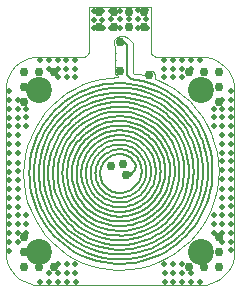
<source format=gbr>
G04 EAGLE Gerber RS-274X export*
G75*
%MOMM*%
%FSLAX34Y34*%
%LPD*%
%INCopper Layer 15*%
%IPPOS*%
%AMOC8*
5,1,8,0,0,1.08239X$1,22.5*%
G01*
%ADD10C,2.199994*%
%ADD11C,0.500000*%
%ADD12C,0.000000*%
%ADD13C,0.200000*%
%ADD14C,0.756400*%


D10*
X137128Y137128D03*
X137128Y0D03*
X0Y0D03*
X0Y137128D03*
D11*
X53858Y189187D03*
X46406Y189128D03*
X61310Y189247D03*
X61191Y204151D03*
X61251Y196699D03*
X46287Y204032D03*
X46346Y196580D03*
X53798Y196639D03*
X53739Y204092D03*
X68762Y189307D03*
X68702Y196759D03*
X76155Y196818D03*
X76214Y189366D03*
X76095Y204270D03*
X68643Y204211D03*
X83666Y189426D03*
X83607Y196878D03*
X91059Y196938D03*
X91118Y189486D03*
X90999Y204390D03*
X83547Y204330D03*
X113622Y162586D03*
X106172Y162586D03*
X106234Y155194D03*
X106295Y147801D03*
X113745Y147801D03*
X121195Y147801D03*
X113684Y155194D03*
X121072Y162586D03*
X121134Y155194D03*
X128584Y155194D03*
X128522Y162586D03*
X135972Y162586D03*
X15932Y147801D03*
X908Y162586D03*
X8420Y155194D03*
X23381Y147801D03*
X30832Y147801D03*
X23320Y155194D03*
X15870Y155194D03*
X15808Y162586D03*
X8358Y162586D03*
X23258Y162586D03*
X30708Y162586D03*
X30770Y155194D03*
X-10672Y15932D03*
X-25457Y908D03*
X-18065Y8420D03*
X-10672Y23381D03*
X-10672Y30832D03*
X-18065Y23320D03*
X-18065Y15870D03*
X-25457Y15808D03*
X-25457Y8358D03*
X-25457Y23258D03*
X-25457Y30708D03*
X-18065Y30770D03*
X-18065Y38220D03*
X-25457Y38158D03*
X-25457Y45608D03*
X-18065Y45670D03*
X-18065Y53120D03*
X-25457Y53058D03*
X-25457Y60508D03*
X-18065Y60570D03*
X-18065Y68020D03*
X-25457Y67958D03*
X-25457Y75408D03*
X-18065Y75470D03*
X-25457Y135972D03*
X-25457Y128522D03*
X-18065Y128584D03*
X-18065Y121134D03*
X-25457Y121072D03*
X-18065Y113684D03*
X-10672Y121195D03*
X-10672Y113745D03*
X-10672Y106295D03*
X-18065Y106234D03*
X-25457Y106172D03*
X-25457Y98722D03*
X-18065Y98784D03*
X-18065Y91334D03*
X-25457Y91272D03*
X-25457Y83822D03*
X-18065Y83884D03*
X-25457Y113622D03*
X147801Y121195D03*
X162586Y136219D03*
X155194Y128707D03*
X147801Y113745D03*
X147801Y106295D03*
X155194Y113807D03*
X155194Y121257D03*
X162586Y121319D03*
X162586Y128769D03*
X162586Y113869D03*
X162586Y106419D03*
X155194Y106357D03*
X155194Y98907D03*
X162586Y98969D03*
X162586Y91519D03*
X155194Y91457D03*
X155194Y84007D03*
X162586Y84069D03*
X162586Y76619D03*
X155194Y76557D03*
X155194Y69107D03*
X162586Y69169D03*
X162586Y61719D03*
X155194Y61657D03*
X162586Y1155D03*
X162586Y8605D03*
X155194Y8543D03*
X155194Y15993D03*
X162586Y16055D03*
X155194Y23443D03*
X147801Y15932D03*
X147801Y23381D03*
X147801Y30832D03*
X155194Y30893D03*
X162586Y30955D03*
X162586Y38405D03*
X155194Y38343D03*
X155194Y45793D03*
X162586Y45855D03*
X162586Y53305D03*
X155194Y53243D03*
X162586Y23505D03*
X23505Y-25457D03*
X30955Y-25457D03*
X30893Y-18065D03*
X30832Y-10672D03*
X23381Y-10672D03*
X15932Y-10672D03*
X23443Y-18065D03*
X16055Y-25457D03*
X15993Y-18065D03*
X8543Y-18065D03*
X8605Y-25457D03*
X1155Y-25457D03*
X106357Y-18065D03*
X106419Y-25457D03*
X113869Y-25457D03*
X128769Y-25457D03*
X121319Y-25457D03*
X121257Y-18065D03*
X113807Y-18065D03*
X106295Y-10672D03*
X113745Y-10672D03*
X128707Y-18065D03*
X136219Y-25457D03*
X121195Y-10672D03*
D12*
X95258Y167785D02*
X94944Y169365D01*
X95258Y167785D02*
X96153Y166445D01*
X97493Y165550D01*
X99073Y165236D01*
X137128Y165236D01*
X137269Y165264D01*
X141531Y164928D01*
X145826Y163897D01*
X149906Y162207D01*
X153672Y159899D01*
X157031Y157031D01*
X159899Y153672D01*
X162207Y149906D01*
X163897Y145826D01*
X164928Y141531D01*
X165264Y137269D01*
X165236Y137128D01*
X165236Y0D01*
X165264Y-140D01*
X164928Y-4402D01*
X163897Y-8697D01*
X162207Y-12778D01*
X159899Y-16543D01*
X157031Y-19902D01*
X153672Y-22770D01*
X149906Y-25078D01*
X145826Y-26768D01*
X141531Y-27800D01*
X137269Y-28135D01*
X137128Y-28107D01*
X0Y-28107D01*
X-140Y-28135D01*
X-4402Y-27800D01*
X-8697Y-26768D01*
X-12778Y-25078D01*
X-16543Y-22770D01*
X-19902Y-19902D01*
X-22770Y-16543D01*
X-25078Y-12778D01*
X-26768Y-8697D01*
X-27800Y-4402D01*
X-28135Y-140D01*
X-28107Y0D01*
X-28107Y137128D01*
X-28135Y137269D01*
X-27800Y141531D01*
X-26768Y145826D01*
X-25078Y149906D01*
X-22770Y153672D01*
X-19902Y157031D01*
X-16543Y159899D01*
X-12778Y162207D01*
X-8697Y163897D01*
X-4402Y164928D01*
X-140Y165264D01*
X0Y165236D01*
X38054Y165236D01*
X39634Y165550D01*
X40974Y166445D01*
X41869Y167785D01*
X42183Y169365D01*
X42183Y207250D01*
X94944Y207250D01*
X94944Y169365D01*
X72153Y182533D02*
X68563Y182533D01*
X66612Y182145D01*
X64959Y181040D01*
X63853Y179386D01*
X63465Y177435D01*
X63853Y175484D01*
X64813Y174049D01*
X64748Y173984D01*
X64063Y172331D01*
X64063Y170540D01*
X64748Y168886D01*
X65200Y168435D01*
X64748Y167984D01*
X64063Y166331D01*
X64063Y164540D01*
X64748Y162886D01*
X65200Y162435D01*
X64748Y161984D01*
X64063Y160330D01*
X64063Y158540D01*
X64748Y156886D01*
X152034Y68275D02*
X151631Y60081D01*
X150428Y84585D02*
X148434Y92543D01*
X145670Y100268D01*
X142162Y107684D01*
X137945Y114721D01*
X121469Y132899D02*
X114879Y137786D01*
X107842Y142004D01*
X96510Y152816D02*
X94856Y153501D01*
X89461Y149896D02*
X88676Y149284D01*
X84743Y150269D01*
X80501Y150898D01*
X79852Y151548D01*
X79852Y174835D01*
X79464Y176786D01*
X78359Y178440D01*
X75758Y181040D01*
X74104Y182145D01*
X72153Y182533D01*
X70759Y178655D02*
X70825Y178609D01*
X70913Y178569D01*
X71023Y178533D01*
X71156Y178503D01*
X71310Y178479D01*
X71687Y178446D01*
X72153Y178435D01*
X72153Y176435D01*
X71909Y176433D01*
X71310Y176392D01*
X71156Y176367D01*
X71023Y176338D01*
X70913Y176302D01*
X70825Y176261D01*
X70759Y176215D01*
X70716Y176164D01*
X70716Y178707D01*
X70759Y178655D01*
X76213Y67471D02*
X76405Y67375D01*
X76599Y67307D02*
X76794Y67265D01*
X76991Y67251D01*
X77190Y67264D01*
X77391Y67304D01*
X77593Y67371D02*
X77797Y67465D01*
X78003Y67586D01*
X78368Y65487D01*
X78121Y65356D01*
X77477Y64957D01*
X77294Y64823D01*
X76977Y64554D01*
X76843Y64418D01*
X76725Y64282D01*
X76622Y64145D01*
X76022Y67593D01*
X76213Y67471D01*
D13*
X75072Y65581D02*
X74563Y65563D01*
X75072Y65581D02*
X75578Y65634D01*
X76080Y65723D01*
X76574Y65846D01*
X77058Y66003D01*
X77530Y66194D01*
X77988Y66417D01*
X78429Y66672D01*
X78851Y66956D01*
X79252Y67270D01*
X79630Y67610D01*
X79984Y67977D01*
X80311Y68367D01*
X80610Y68779D01*
X80880Y69210D01*
X81119Y69660D01*
X81326Y70125D01*
X81500Y70603D01*
X81641Y71093D01*
X81747Y71591D01*
X81817Y72095D01*
X81853Y72603D01*
X81857Y72857D01*
X76071Y80601D02*
X75193Y81104D01*
X74282Y81544D01*
X73342Y81920D01*
X72378Y82229D01*
X71395Y82470D01*
X70398Y82642D01*
X69391Y82744D01*
X69012Y82763D01*
X70061Y13800D02*
X66257Y13819D01*
X70061Y13800D02*
X73858Y14046D01*
X77627Y14557D01*
X81352Y15329D01*
X85014Y16359D01*
X88595Y17642D01*
X92078Y19172D01*
X95446Y20941D01*
X98682Y22941D01*
X101771Y25161D01*
X104697Y27592D01*
X107447Y30220D01*
X110006Y33034D01*
X112364Y36021D01*
X114507Y39164D02*
X116425Y42448D01*
X121685Y56677D02*
X122365Y60420D01*
X122781Y64201D01*
X122933Y68002D01*
X122819Y71805D01*
X122441Y75590D01*
X121799Y79339D01*
X120897Y83035D01*
X119740Y86659D01*
X118333Y90193D01*
X116683Y93620D01*
X69942Y17798D02*
X66417Y17815D01*
X69942Y17798D02*
X73460Y18026D01*
X76953Y18499D01*
X80404Y19214D01*
X83797Y20169D02*
X87116Y21358D01*
X90343Y22775D02*
X93463Y24414D01*
X96462Y26267D01*
X99324Y28325D01*
X102036Y30577D01*
X104583Y33013D01*
X106955Y35620D01*
X109139Y38387D01*
X111125Y41299D02*
X112903Y44343D01*
X114464Y47504D01*
X115801Y50765D01*
X116907Y54112D01*
X117777Y57528D01*
X118406Y60996D01*
X118792Y64499D01*
X118933Y68022D01*
X118828Y71545D01*
X118477Y75052D01*
X117882Y78527D01*
X117047Y81951D01*
X115974Y85309D01*
X107171Y50794D02*
X105858Y48134D01*
X107171Y50794D02*
X108296Y53539D01*
X109227Y56355D01*
X109960Y59230D01*
X110489Y62149D01*
X110814Y65097D01*
X110933Y68061D01*
X110844Y71027D01*
X110549Y73978D01*
X110049Y76902D01*
X109345Y79784D01*
X108443Y82610D01*
X107345Y85366D01*
X106058Y88039D01*
X104588Y90615D01*
X102942Y93083D01*
X101127Y95430D01*
X99153Y97644D01*
X97030Y99715D01*
X94767Y101634D01*
X92376Y103389D01*
X89868Y104974D01*
X87256Y106380D01*
X84552Y107600D01*
X81770Y108628D01*
X78922Y109461D01*
X76024Y110092D01*
X73089Y110519D01*
X70130Y110741D01*
X68987Y49784D02*
X67695Y49790D01*
X68987Y49784D02*
X70275Y49867D01*
X71555Y50041D01*
X72819Y50303D01*
X74062Y50652D01*
X75278Y51088D01*
X76460Y51607D01*
X77603Y52208D01*
X78702Y52886D01*
X79750Y53640D01*
X80744Y54465D01*
X81677Y55357D01*
X82546Y56313D01*
X83346Y57326D01*
X84073Y58393D01*
X84725Y59508D01*
X85297Y60666D02*
X85786Y61860D01*
X86192Y63086D01*
X86510Y64338D01*
X86741Y65608D01*
X86882Y66892D01*
X86934Y68182D01*
X86895Y69473D01*
X86767Y70758D01*
X86549Y72030D01*
X86243Y73285D01*
X85850Y74515D01*
X85372Y75714D01*
X73000Y86203D02*
X71739Y86478D01*
X70461Y86664D01*
X69173Y86760D01*
X69172Y86760D01*
X105388Y57477D02*
X104545Y54926D01*
X105388Y57477D02*
X106051Y60082D01*
X106531Y62726D01*
X106825Y65397D01*
X106132Y76091D02*
X105495Y78701D01*
X104677Y81261D01*
X103683Y83758D01*
X102517Y86179D01*
X101185Y88513D01*
X99694Y90748D01*
X98050Y92874D01*
X96262Y94880D01*
X94338Y96756D01*
X92288Y98494D01*
X90122Y100084D01*
X87850Y101520D01*
X85484Y102793D01*
X83035Y103899D01*
X80514Y104830D01*
X77935Y105584D01*
X75309Y106156D01*
X72650Y106543D01*
X69970Y106744D01*
X69823Y21796D02*
X66577Y21812D01*
X69823Y21796D02*
X73062Y22006D01*
X76278Y22442D01*
X79456Y23101D01*
X82580Y23980D01*
X85636Y25074D01*
X88608Y26380D01*
X91481Y27889D01*
X94242Y29595D01*
X96877Y31490D01*
X99374Y33563D01*
X101720Y35806D01*
X103904Y38207D01*
X105915Y40755D01*
X107744Y43437D01*
X109381Y46239D01*
X110818Y49149D02*
X112049Y52152D01*
X113067Y55234D01*
X113868Y58379D01*
X114448Y61573D01*
X114803Y64799D01*
X114933Y68042D01*
X114836Y71286D01*
X114513Y74516D01*
X113965Y77715D01*
X113196Y80868D01*
X112208Y83960D01*
X111008Y86975D01*
X109599Y89899D01*
X107991Y92718D01*
X106189Y95418D01*
X104204Y97986D01*
X102044Y100409D01*
X99721Y102675D01*
X97245Y104774D01*
X94629Y106695D01*
X91885Y108429D01*
X89027Y109967D01*
X86069Y111302D01*
X83024Y112427D01*
X79909Y113337D01*
X76738Y114028D01*
X73526Y114496D01*
X70778Y-10188D02*
X65299Y-10160D01*
X70778Y-10188D02*
X76246Y-9833D01*
X81676Y-9098D01*
X87041Y-7986D01*
X92315Y-6502D01*
X97474Y-4654D01*
X102490Y-2450D01*
X107341Y96D01*
X112002Y2976D01*
X116451Y6175D01*
X120666Y9675D01*
X124626Y13462D01*
X128313Y17515D01*
X131708Y21816D01*
X134795Y26343D01*
X137558Y31074D01*
X139985Y35986D01*
X142063Y41056D01*
X143782Y46259D01*
X145135Y51569D01*
X146113Y56960D01*
X146713Y62406D01*
X146932Y67881D01*
X146768Y73357D01*
X146223Y78809D01*
X145299Y84210D01*
X144000Y89533D01*
X142333Y94753D01*
X140306Y99843D01*
X137929Y104780D01*
X135213Y109539D01*
X132172Y114096D01*
X128820Y118431D01*
X125175Y122521D01*
X121252Y126347D01*
X117073Y129890D01*
X112656Y133133D01*
X108024Y136060D01*
X103200Y138656D01*
X98205Y140910D01*
X93066Y142810D01*
X87807Y144347D01*
X82453Y145513D02*
X78000Y146190D01*
X70659Y-6190D02*
X65459Y-6164D01*
X70659Y-6190D02*
X75848Y-5854D01*
X81002Y-5156D01*
X86093Y-4100D01*
X91099Y-2692D01*
X95994Y-938D01*
X100755Y1152D01*
X105359Y3570D01*
X109783Y6303D01*
X114005Y9339D01*
X118005Y12661D01*
X121764Y16254D01*
X125263Y20101D01*
X128485Y24183D01*
X131414Y28479D01*
X134037Y32969D01*
X136340Y37632D01*
X138312Y42443D01*
X139944Y47381D01*
X142777Y73099D02*
X142260Y78273D01*
X141383Y83399D01*
X136644Y98235D02*
X134388Y102920D01*
X131811Y107437D01*
X128925Y111762D01*
X125744Y115876D01*
X122284Y119758D01*
X118561Y123389D01*
X114595Y126751D01*
X110403Y129829D01*
X106007Y132607D01*
X101428Y135071D01*
X96688Y137210D01*
X91811Y139013D01*
X86819Y140471D01*
X69332Y90757D02*
X67622Y90766D01*
X65916Y90655D01*
X64221Y90426D01*
X62546Y90079D01*
X60900Y89616D01*
X59290Y89039D01*
X57725Y88351D01*
X56211Y87556D01*
X54756Y86657D01*
X53367Y85658D01*
X52052Y84566D01*
X50816Y83384D01*
X49665Y82119D01*
X48606Y80777D01*
X47642Y79364D01*
X46780Y77887D01*
X46022Y76354D01*
X45374Y74772D01*
X44837Y73148D01*
X44415Y71491D01*
X45922Y56424D02*
X46664Y54883D01*
X47512Y53398D01*
X48461Y51975D01*
X49507Y50622D01*
X50645Y49346D01*
X51869Y48152D01*
X53174Y47046D01*
X54552Y46033D01*
X55998Y45120D01*
X57504Y44310D01*
X59062Y43606D01*
X60666Y43013D01*
X62308Y42534D01*
X65517Y94636D02*
X67502Y94764D01*
X65517Y94636D02*
X63546Y94369D01*
X61598Y93965D01*
X59683Y93426D01*
X57810Y92755D01*
X55989Y91955D01*
X54228Y91030D01*
X52536Y89985D01*
X50920Y88824D01*
X49390Y87553D01*
X47952Y86178D01*
X46614Y84706D01*
X45381Y83145D01*
X44261Y81501D01*
X43257Y79784D01*
X42376Y78000D01*
X41622Y76160D01*
X40998Y74271D01*
X40507Y72343D01*
X43123Y53024D02*
X44109Y51297D01*
X45213Y49642D01*
X46429Y48068D01*
X47753Y46583D01*
X49177Y45194D01*
X50694Y43908D01*
X52298Y42731D01*
X53979Y41668D01*
X55731Y40725D01*
X57544Y39907D01*
X59410Y39217D01*
X61319Y38659D01*
X63263Y38236D01*
X65232Y37949D01*
X54254Y95560D02*
X56331Y96472D01*
X54254Y95560D02*
X52246Y94505D01*
X50316Y93312D01*
X48474Y91988D01*
X46729Y90539D01*
X45089Y88971D01*
X43563Y87293D01*
X42157Y85513D01*
X40879Y83638D01*
X39735Y81680D01*
X38730Y79646D01*
X37870Y77547D01*
X37158Y75393D01*
X38597Y53208D02*
X39581Y51164D01*
X40705Y49194D01*
X41964Y47307D01*
X43352Y45513D01*
X44861Y43819D01*
X46485Y42235D01*
X50044Y39426D02*
X51962Y38214D01*
X53959Y37139D01*
X56027Y36206D01*
X58155Y35419D01*
X60332Y34783D01*
X62549Y34300D01*
X64793Y33973D01*
X67056Y33803D01*
X67742Y86767D02*
X69172Y86760D01*
X67742Y86767D02*
X66314Y86675D01*
X64896Y86483D01*
X63494Y86192D01*
X62117Y85805D01*
X60770Y85322D01*
X59460Y84747D01*
X52716Y79532D02*
X51830Y78409D01*
X51024Y77227D01*
X50302Y75991D01*
X49056Y59361D02*
X49585Y58032D01*
X50915Y55500D02*
X51709Y54310D01*
X52584Y53178D01*
X53537Y52110D01*
X54561Y51110D01*
X55652Y50185D01*
X56806Y49338D01*
X58015Y48574D01*
X59275Y47896D01*
X60580Y47308D01*
X61922Y46811D01*
X63295Y46410D01*
X64694Y46106D01*
X66109Y45899D01*
X66711Y82695D02*
X67861Y82769D01*
X66711Y82695D02*
X65570Y82540D01*
X64442Y82306D01*
X63334Y81995D01*
X62250Y81606D01*
X61195Y81143D01*
X58260Y79330D02*
X57375Y78594D01*
X56542Y77798D01*
X54405Y75091D02*
X53824Y74096D01*
X53314Y73064D01*
X52877Y71998D01*
X52516Y70904D01*
X52231Y69788D01*
X52026Y68655D01*
X51899Y67510D01*
X51853Y66360D01*
X51888Y65208D01*
X52002Y64062D01*
X52197Y62927D01*
X52470Y61808D01*
X52820Y60711D01*
X53246Y59641D01*
X53746Y58604D01*
X67264Y102760D02*
X69811Y102747D01*
X67264Y102760D02*
X64721Y102595D01*
X62197Y102253D01*
X59702Y101736D01*
X38933Y87879D02*
X37498Y85774D01*
X36213Y83574D01*
X35085Y81290D01*
X34119Y78932D01*
X33319Y76513D01*
X32691Y74044D01*
X32235Y71538D01*
X31957Y69005D01*
X31855Y66460D01*
X31931Y63913D01*
X32184Y61378D01*
X32614Y58867D01*
X33218Y56392D01*
X33993Y53965D01*
X34936Y51598D01*
X36041Y49303D02*
X37304Y47090D01*
X38718Y44971D01*
X40276Y42955D01*
X52189Y33551D02*
X54511Y32503D01*
X56901Y31620D01*
X66905Y114755D02*
X70290Y114738D01*
X66905Y114755D02*
X63527Y114536D01*
X60172Y114082D01*
X56858Y113395D02*
X53599Y112478D01*
X50412Y111336D01*
X47313Y109975D01*
X44316Y108401D01*
X41436Y106621D01*
X38687Y104645D01*
X36083Y102482D01*
X33636Y100143D01*
X31359Y97639D01*
X29261Y94982D01*
X27354Y92184D01*
X25647Y89261D01*
X24147Y86226D01*
X22864Y83094D01*
X21801Y79880D01*
X20966Y76599D01*
X20361Y73268D01*
X19991Y69903D01*
X19855Y66521D01*
X19957Y63137D02*
X20293Y59769D01*
X20865Y56432D01*
X21667Y53143D01*
X22697Y49919D01*
X23949Y46774D01*
X25418Y43724D01*
X27096Y40783D01*
X28975Y37967D01*
X31045Y35289D01*
X33298Y32762D01*
X35721Y30398D01*
X38303Y28210D01*
X41032Y26206D01*
X43894Y24398D01*
X46875Y22793D01*
X49961Y21401D01*
X53136Y20227D01*
X56385Y19278D01*
X59693Y18558D01*
X63043Y18070D01*
X66307Y134747D02*
X71088Y134722D01*
X66307Y134747D02*
X61536Y134437D01*
X56798Y133795D01*
X38635Y127995D02*
X34403Y125771D01*
X30335Y123258D01*
X26453Y120467D01*
X22775Y117413D01*
X19319Y114108D01*
X10446Y102868D02*
X8034Y98740D01*
X5917Y94453D01*
X4103Y90029D01*
X2603Y85490D01*
X1423Y80856D01*
X569Y76152D01*
X45Y71399D01*
X-144Y66622D01*
X-1Y61843D01*
X473Y57085D01*
X1280Y52373D01*
X2413Y47728D01*
X3868Y43173D01*
X5637Y38731D01*
X7711Y34423D01*
X10081Y30271D01*
X12734Y26294D01*
X15659Y22511D01*
X18840Y18942D01*
X22263Y15603D01*
X25910Y12512D01*
X29764Y9682D01*
X33806Y7128D01*
X38016Y4862D01*
X42374Y2896D01*
X46858Y1238D01*
X51448Y-102D01*
X56119Y-1120D01*
X60851Y-1809D01*
X65618Y-2166D01*
X66427Y130748D02*
X70929Y130725D01*
X66427Y130748D02*
X61935Y130456D01*
X57473Y129852D01*
X53065Y128939D01*
X48731Y127719D01*
X44493Y126201D01*
X40371Y124390D01*
X36385Y122297D01*
X32555Y119930D01*
X28900Y117302D01*
X25437Y114426D01*
X22182Y111315D01*
X19153Y107984D01*
X16364Y104451D01*
X13828Y100731D01*
X11557Y96843D01*
X9563Y92807D01*
X7855Y88641D01*
X6443Y84367D01*
X5332Y80004D01*
X4528Y75574D01*
X4035Y71099D01*
X3855Y66601D01*
X3989Y62100D01*
X4437Y57621D01*
X5197Y53183D01*
X6264Y48809D01*
X7634Y44521D01*
X9299Y40338D01*
X11252Y36282D01*
X13484Y32372D01*
X15982Y28627D01*
X18736Y25065D01*
X21732Y21704D01*
X24955Y18561D01*
X28389Y15650D01*
X32018Y12985D01*
X35824Y10580D01*
X39788Y8447D01*
X43892Y6595D01*
X48114Y5034D01*
X52436Y3771D01*
X56835Y2813D01*
X61290Y2164D01*
X66546Y126750D02*
X70769Y126728D01*
X66546Y126750D02*
X62333Y126476D01*
X58148Y125909D01*
X54013Y125052D01*
X49948Y123909D01*
X45972Y122484D01*
X42106Y120786D01*
X38368Y118822D01*
X34775Y116603D01*
X31347Y114138D01*
X28098Y111439D01*
X25046Y108521D01*
X22204Y105397D01*
X19588Y102083D01*
X17209Y98594D01*
X15079Y94947D01*
X13209Y91161D01*
X11607Y87254D01*
X10282Y83244D01*
X9240Y79152D01*
X8486Y74997D01*
X8023Y70800D01*
X7855Y66580D01*
X7981Y62359D01*
X8401Y58157D01*
X9114Y53995D01*
X10115Y49892D01*
X11400Y45870D01*
X12962Y41947D01*
X21814Y27621D02*
X24624Y24468D01*
X27647Y21520D01*
X30868Y18789D01*
X34272Y16290D01*
X37841Y14034D01*
X41560Y12033D01*
X45409Y10296D01*
X49370Y8832D01*
X53424Y7647D01*
X57550Y6749D01*
X61728Y6140D01*
X65938Y5825D01*
X66786Y118754D02*
X70450Y118735D01*
X66786Y118754D02*
X63129Y118517D01*
X59498Y118025D01*
X55910Y117281D01*
X52382Y116289D01*
X48933Y115053D01*
X45578Y113579D01*
X42333Y111875D01*
X39216Y109949D01*
X36241Y107810D02*
X33422Y105468D01*
X30773Y102936D01*
X28307Y100225D01*
X26037Y97349D01*
X23973Y94322D01*
X22124Y91157D01*
X20501Y87872D01*
X19111Y84481D01*
X17962Y81002D01*
X17057Y77451D01*
X16403Y73845D01*
X16002Y70203D01*
X15855Y66541D01*
X15965Y62878D01*
X16329Y59232D01*
X16948Y55620D01*
X17816Y52060D01*
X18931Y48570D01*
X20287Y45165D01*
X21877Y41864D01*
X23693Y38681D01*
X25726Y35633D01*
X27968Y32734D01*
X35825Y25070D02*
X38778Y22901D01*
X41876Y20944D01*
X45103Y19207D01*
X48443Y17700D01*
X51880Y16429D01*
X55398Y15402D01*
X58978Y14622D01*
X62604Y14093D01*
X66257Y13819D01*
X67024Y110757D02*
X70130Y110741D01*
X67024Y110757D02*
X63925Y110556D01*
X60847Y110139D01*
X57805Y109509D01*
X54815Y108668D01*
X51891Y107620D01*
X49047Y106371D01*
X46298Y104926D01*
X43655Y103294D01*
X41133Y101481D01*
X38744Y99496D01*
X36499Y97350D01*
X34409Y95052D01*
X32484Y92614D01*
X30734Y90048D01*
X29168Y87366D01*
X27792Y84581D01*
X26614Y81707D01*
X25639Y78758D01*
X24872Y75748D01*
X24318Y72692D01*
X23977Y69604D01*
X23853Y66501D01*
X23946Y63396D01*
X24255Y60305D01*
X24779Y57243D01*
X25516Y54226D01*
X26460Y51267D01*
X27610Y48381D01*
X28957Y45583D01*
X30497Y42885D01*
X32220Y40301D02*
X34120Y37844D01*
X36187Y35525D01*
X38411Y33357D01*
X40780Y31348D01*
X45909Y27850D02*
X48645Y26378D01*
X51476Y25101D01*
X54389Y24024D01*
X57370Y23153D01*
X60405Y22491D01*
X63479Y22044D01*
X66576Y21811D01*
X67144Y106758D02*
X69970Y106744D01*
X67144Y106758D02*
X64322Y106576D01*
X61521Y106196D02*
X58753Y105622D01*
X56032Y104857D01*
X50782Y102767D02*
X48280Y101452D01*
X45875Y99966D01*
X43580Y98316D01*
X41405Y96510D01*
X39362Y94556D01*
X37460Y92465D01*
X35708Y90246D01*
X34116Y87911D01*
X32690Y85470D01*
X31438Y82935D01*
X30366Y80320D01*
X29479Y77635D01*
X28781Y74896D01*
X28276Y72115D01*
X27966Y69305D01*
X27854Y66480D01*
X27938Y63654D01*
X28219Y60842D01*
X28696Y58055D01*
X29366Y55309D01*
X30226Y52616D01*
X31272Y49990D01*
X32499Y47443D01*
X33900Y44987D01*
X35469Y42636D01*
X37198Y40400D01*
X39079Y38289D01*
X41102Y36315D01*
X43259Y34488D01*
X45537Y32815D01*
X47927Y31304D01*
X50416Y29965D01*
X52993Y28802D01*
X55645Y27822D01*
X58358Y27029D01*
X61120Y26427D02*
X63917Y26020D01*
X66736Y25809D01*
X66069Y142743D02*
X71408Y142716D01*
X66069Y142743D02*
X60740Y142397D01*
X55449Y141681D02*
X50221Y140597D01*
X45080Y139151D01*
X40054Y137350D01*
X25895Y129913D02*
X21560Y126796D01*
X17452Y123385D01*
X13593Y119695D01*
X10000Y115745D01*
X6691Y111554D01*
X3683Y107142D01*
X990Y102531D01*
X-1373Y97744D01*
X-3399Y92803D01*
X-5074Y87733D01*
X-6392Y82558D01*
X-7345Y77305D01*
X-7930Y71997D01*
X-8144Y66662D01*
X-7984Y61324D01*
X-7452Y56012D01*
X-6552Y50748D01*
X-5286Y45561D01*
X-3661Y40474D01*
X-1686Y35514D01*
X629Y30703D01*
X3276Y26065D01*
X6239Y21624D01*
X9506Y17399D01*
X13058Y13413D01*
X16881Y9685D01*
X20954Y6232D01*
X25258Y3072D01*
X29772Y219D01*
X34474Y-2310D01*
X39341Y-4506D01*
X49475Y-7855D02*
X54692Y-8991D01*
X59976Y-9761D01*
X65299Y-10160D01*
X61138Y138417D02*
X66188Y138745D01*
X61138Y138417D02*
X56124Y137738D01*
X51169Y136711D01*
X46297Y135341D01*
X28115Y126586D02*
X24006Y123632D01*
X20114Y120399D01*
X16456Y116902D01*
X13051Y113159D01*
X9915Y109186D01*
X7064Y105006D01*
X4512Y100636D01*
X2271Y96099D01*
X352Y91416D01*
X-1235Y86612D01*
X-2484Y81708D01*
X-3388Y76729D01*
X4169Y32564D02*
X6677Y28168D01*
X9486Y23959D01*
X12581Y19956D01*
X15948Y16178D01*
X19571Y12644D01*
X23431Y9372D01*
X27510Y6377D01*
X31788Y3674D01*
X36244Y1276D01*
X40856Y-804D01*
X45603Y-2559D01*
X50460Y-3978D01*
X55405Y-5055D01*
X60412Y-5785D01*
X65458Y-6163D01*
X65459Y-6164D01*
X69464Y33791D02*
X71867Y33947D01*
X74254Y34270D01*
X76611Y34759D01*
X78929Y35411D01*
X81196Y36223D01*
X83401Y37192D01*
X85533Y38312D01*
X87581Y39578D01*
X89537Y40983D01*
X91389Y42522D01*
X93130Y44186D01*
X94750Y45967D01*
X96242Y47857D01*
X97598Y49847D01*
X98813Y51926D01*
X99879Y54085D01*
X100793Y56313D01*
X101548Y58600D01*
X102573Y63303D02*
X102836Y65696D01*
X102932Y68102D01*
X102860Y70509D01*
X102621Y72905D01*
X102214Y75279D01*
X101644Y77618D01*
X100911Y79912D01*
X100020Y82149D01*
X98975Y84319D01*
X97782Y86410D01*
X96445Y88413D01*
X94972Y90318D01*
X93370Y92116D01*
X91647Y93797D01*
X89810Y95354D01*
X87869Y96780D01*
X85833Y98066D01*
X83712Y99207D01*
X81517Y100197D01*
X79259Y101032D01*
X76948Y101708D01*
X74594Y102220D01*
X72212Y102567D01*
X69811Y102747D01*
X69345Y37789D02*
X67216Y37799D01*
X71470Y37927D02*
X73579Y38212D01*
X75664Y38644D01*
X77713Y39221D01*
X79717Y39939D01*
X81667Y40795D01*
X83551Y41785D01*
X85362Y42904D01*
X87091Y44146D01*
X88729Y45507D01*
X90268Y46978D01*
X91700Y48553D01*
X93019Y50224D01*
X94218Y51983D01*
X95292Y53821D01*
X96235Y55730D01*
X97042Y57699D01*
X97711Y59721D01*
X98236Y61784D01*
X98616Y63878D01*
X98849Y65995D01*
X98934Y68122D01*
X98871Y70250D01*
X98659Y72368D01*
X98300Y74466D01*
X97795Y76535D01*
X97147Y78562D01*
X96360Y80540D01*
X95436Y82459D01*
X94381Y84308D01*
X93200Y86079D01*
X91897Y87763D01*
X90481Y89352D01*
X88957Y90839D01*
X87333Y92215D01*
X85617Y93475D01*
X83817Y94612D01*
X81943Y95621D01*
X80002Y96497D01*
X78005Y97235D01*
X75962Y97832D01*
X73882Y98285D01*
X71775Y98592D01*
X69652Y98751D01*
X69651Y98751D01*
X76495Y43031D02*
X74715Y42531D01*
X76495Y43031D02*
X78237Y43655D01*
X79930Y44399D01*
X81568Y45259D01*
X83141Y46232D01*
X84643Y47311D01*
X86066Y48493D01*
X87403Y49771D01*
X88648Y51140D01*
X89794Y52591D01*
X90836Y54120D01*
X91769Y55717D01*
X92588Y57375D01*
X93289Y59087D01*
X93870Y60843D01*
X94326Y62635D01*
X94657Y64455D01*
X94859Y66294D01*
X94933Y68142D01*
X94878Y69991D01*
X94694Y71831D01*
X94382Y73655D01*
X93943Y75452D01*
X93381Y77214D01*
X92696Y78932D01*
X91894Y80599D01*
X90977Y82205D01*
X89951Y83744D01*
X88819Y85207D01*
X87588Y86588D01*
X86264Y87879D01*
X84853Y89076D01*
X83362Y90170D01*
X81799Y91158D01*
X80170Y92035D01*
X78484Y92796D01*
X76749Y93437D01*
X74973Y93956D01*
X73166Y94349D01*
X71336Y94616D01*
X69491Y94754D01*
X70673Y45887D02*
X69106Y45786D01*
X70673Y45887D02*
X72229Y46098D01*
X73767Y46417D01*
X75279Y46842D01*
X76757Y47372D01*
X78195Y48003D01*
X79586Y48734D01*
X80921Y49559D01*
X82197Y50476D01*
X83405Y51479D01*
X84540Y52565D01*
X85596Y53726D01*
X86570Y54959D01*
X87454Y56257D01*
X88246Y57613D01*
X88942Y59021D01*
X89538Y60474D01*
X90030Y61965D01*
X90418Y63487D01*
X90698Y65032D01*
X90870Y66593D01*
X90933Y68162D01*
X90886Y69732D01*
X90730Y71295D01*
X90465Y72843D01*
X90093Y74369D01*
X89615Y75865D01*
X89034Y77324D01*
X88352Y78739D01*
X87574Y80103D01*
X86702Y81409D01*
X85742Y82651D01*
X84697Y83824D01*
X83572Y84920D01*
X82374Y85936D01*
X81109Y86865D01*
X79781Y87704D01*
X78398Y88448D01*
X76967Y89094D01*
X75493Y89639D01*
X73986Y90079D01*
X72451Y90414D01*
X70898Y90640D01*
X69332Y90757D01*
X66666Y122751D02*
X62730Y122496D01*
X58822Y121967D01*
X54961Y121166D01*
X51164Y120098D01*
X47452Y118768D01*
X43841Y117182D01*
X40350Y115349D01*
X36995Y113275D01*
X33793Y110974D01*
X30759Y108454D01*
X27909Y105729D01*
X25255Y102811D01*
X22811Y99716D01*
X20590Y96458D01*
X18601Y93052D01*
X16854Y89516D01*
X15359Y85868D01*
X14121Y82123D01*
X13148Y78301D01*
X12443Y74421D01*
X12011Y70501D01*
X11854Y66561D01*
X11972Y62619D01*
X12364Y58695D01*
X13029Y54808D01*
X13964Y50976D01*
X15164Y47220D01*
X16623Y43556D01*
X18334Y40003D01*
X20289Y36578D01*
X22477Y33297D01*
X24889Y30177D01*
X27514Y27233D01*
X30336Y24480D01*
X33345Y21929D01*
X36524Y19595D01*
X39857Y17489D01*
X43330Y15620D01*
X46925Y13998D01*
X50624Y12630D01*
X54409Y11524D01*
X58262Y10685D01*
X62165Y10116D01*
X66097Y9821D01*
X66098Y9822D01*
X65619Y-2167D02*
X70540Y-2192D01*
X75451Y-1874D01*
X80327Y-1213D01*
X85145Y-214D01*
X89882Y1117D01*
X94515Y2777D01*
X99020Y4755D01*
X103377Y7044D01*
X107563Y9630D01*
X111559Y12503D01*
X115344Y15647D01*
X118901Y19047D01*
X122212Y22688D01*
X125261Y26550D01*
X128033Y30615D01*
X130515Y34865D01*
X132694Y39277D01*
X134561Y43830D01*
X136105Y48502D01*
X137319Y53271D01*
X138198Y58112D01*
X138737Y63004D01*
X138934Y67921D01*
X138787Y72839D01*
X138297Y77736D01*
X137467Y82586D01*
X136300Y87367D01*
X134803Y92054D01*
X132983Y96626D01*
X130848Y101059D01*
X128409Y105333D01*
X125678Y109427D01*
X122668Y113320D01*
X119394Y116993D01*
X115871Y120429D01*
X112118Y123611D01*
X108151Y126524D01*
X103991Y129152D01*
X99658Y131484D01*
X95173Y133508D01*
X90557Y135215D01*
X85834Y136595D01*
X81026Y137642D01*
X76156Y138352D01*
X71249Y138719D01*
X70420Y1805D02*
X65778Y1828D01*
X70420Y1805D02*
X75052Y2105D01*
X79652Y2728D01*
X84196Y3671D01*
X88665Y4928D01*
X93034Y6493D01*
X97284Y8360D01*
X101393Y10518D01*
X105342Y12958D01*
X109111Y15667D01*
X112682Y18633D01*
X116037Y21841D01*
X119160Y25274D01*
X122036Y28918D01*
X124651Y32753D01*
X126992Y36761D01*
X129048Y40922D01*
X130808Y45217D01*
X132264Y49624D01*
X133410Y54122D01*
X134239Y58689D01*
X134747Y63303D01*
X134932Y67941D01*
X134794Y72581D01*
X134332Y77199D01*
X133549Y81774D01*
X132449Y86284D01*
X131037Y90705D01*
X129320Y95018D01*
X127306Y99199D01*
X125005Y103231D01*
X122429Y107092D01*
X119590Y110764D01*
X116501Y114229D01*
X113179Y117470D01*
X109638Y120471D01*
X105896Y123219D01*
X101973Y125698D01*
X97885Y127898D01*
X93654Y129807D01*
X89301Y131417D01*
X84845Y132718D01*
X80310Y133706D01*
X75717Y134375D01*
X70301Y5803D02*
X65938Y5825D01*
X70301Y5803D02*
X74654Y6086D01*
X78977Y6671D01*
X83249Y7557D01*
X87448Y8738D01*
X91555Y10210D01*
X95549Y11964D01*
X99411Y13993D01*
X103122Y16286D01*
X106664Y18832D01*
X110020Y21619D01*
X113173Y24634D01*
X116108Y27861D01*
X118812Y31285D01*
X121269Y34890D01*
X123469Y38657D01*
X125401Y42568D01*
X127056Y46604D01*
X128425Y50746D01*
X129501Y54974D01*
X130280Y59266D01*
X130758Y63602D01*
X130932Y67961D01*
X130802Y72322D01*
X130368Y76663D01*
X129632Y80963D01*
X128598Y85200D01*
X127271Y89356D01*
X125657Y93409D01*
X123764Y97340D01*
X121602Y101129D01*
X119181Y104757D01*
X116512Y108208D01*
X113610Y111465D01*
X110487Y114511D01*
X107159Y117332D01*
X103643Y119914D01*
X99955Y122244D01*
X96113Y124311D01*
X92137Y126106D01*
X88045Y127618D01*
X83858Y128842D01*
X79595Y129770D01*
X75278Y130399D01*
X70181Y9802D02*
X66098Y9822D01*
X70181Y9802D02*
X74256Y10066D01*
X78302Y10614D01*
X82301Y11443D01*
X86231Y12549D01*
X90075Y13926D01*
X93814Y15568D01*
X97429Y17467D01*
X100902Y19613D01*
X104217Y21997D01*
X107359Y24606D01*
X110310Y27427D01*
X113057Y30448D01*
X115587Y33653D01*
X117888Y37027D01*
X119947Y40553D01*
X121755Y44214D01*
X123304Y47992D01*
X124585Y51869D01*
X125593Y55826D01*
X126322Y59843D01*
X126769Y63902D01*
X126932Y67982D01*
X126810Y72063D01*
X126404Y76126D01*
X125715Y80151D01*
X124747Y84118D01*
X123505Y88007D01*
X121994Y91801D01*
X120223Y95480D01*
X118199Y99026D01*
X115932Y102423D01*
X113435Y105653D01*
X110718Y108701D01*
X107795Y111552D01*
X104680Y114192D01*
X101389Y116609D01*
X97937Y118790D01*
X94341Y120725D01*
X90620Y122405D01*
X86790Y123820D01*
X82870Y124965D01*
X78881Y125835D01*
X74840Y126423D01*
X81857Y73757D02*
X81857Y72857D01*
X78000Y146190D02*
X74754Y149436D01*
X74754Y174835D01*
X72153Y177435D02*
X68563Y177435D01*
X72153Y177435D02*
X74754Y174835D01*
D12*
X64748Y156886D02*
X65200Y156435D01*
X64748Y155984D01*
X64063Y154331D01*
X64063Y152540D01*
X64748Y150886D01*
X66014Y149620D01*
X67286Y149094D01*
X67063Y147811D01*
X60355Y147482D01*
X52434Y146307D01*
X44667Y144361D01*
X37127Y141664D01*
X29888Y138240D01*
X23020Y134123D01*
X16588Y129353D01*
X10655Y123975D01*
X5277Y118042D01*
X508Y111610D01*
X-3608Y104742D01*
X-7032Y97503D01*
X-9729Y89963D01*
X-11675Y82196D01*
X-12850Y74275D01*
X-13243Y66277D01*
X-12850Y58279D01*
X-11675Y50358D01*
X-9729Y42590D01*
X-7032Y35050D01*
X-3608Y27811D01*
X508Y20943D01*
X5277Y14511D01*
X10655Y8578D01*
X16588Y3200D01*
X23020Y-1568D01*
X29888Y-5685D01*
X37127Y-9108D01*
X44667Y-11806D01*
X52434Y-13752D01*
X60355Y-14927D01*
X64707Y-15141D01*
X65097Y-15218D01*
X65299Y-15258D01*
X65657Y-15187D01*
X68433Y-15324D01*
X76627Y-14921D01*
X84743Y-13717D01*
X92701Y-11724D01*
X100426Y-8960D01*
X107842Y-5452D01*
X114879Y-1234D01*
X121469Y3651D01*
X127548Y9160D01*
X133058Y15240D01*
X137945Y21829D01*
X142162Y28866D01*
X145670Y36282D01*
X148434Y44007D01*
X150428Y51965D01*
X151631Y60081D01*
X152034Y68275D02*
X151631Y76469D01*
X150428Y84585D01*
X137945Y114721D02*
X133058Y121311D01*
X127548Y127390D01*
X121469Y132899D01*
X107842Y142004D02*
X100426Y145512D01*
X98646Y146149D01*
X98131Y147310D01*
X98461Y148106D01*
X98461Y149896D01*
X97776Y151550D01*
X96510Y152816D01*
X94856Y153501D02*
X93066Y153501D01*
X91412Y152816D01*
X90146Y151550D01*
X89461Y149896D01*
X76405Y67375D02*
X76599Y67307D01*
X77391Y67304D02*
X77593Y67371D01*
D13*
X81857Y73757D02*
X81442Y74680D01*
X80964Y75572D01*
X80424Y76429D01*
X79826Y77245D01*
X79173Y78018D01*
X78467Y78744D01*
X77712Y79418D01*
X76912Y80038D01*
X76071Y80601D01*
X114507Y39164D02*
X112364Y36021D01*
X116425Y42448D02*
X118110Y45859D01*
X119553Y49379D01*
X120746Y52991D01*
X121685Y56677D01*
X116683Y93620D02*
X114797Y96924D01*
X112686Y100089D01*
X110359Y103098D01*
X107828Y105938D01*
X105104Y108594D01*
X102203Y111054D01*
X99136Y113305D01*
X95921Y115338D01*
X92571Y117140D01*
X89103Y118705D01*
X85536Y120024D01*
X81884Y121091D01*
X78167Y121900D01*
X74403Y122449D01*
X70609Y122731D01*
X83797Y20169D02*
X80404Y19214D01*
X87116Y21358D02*
X90343Y22775D01*
X109139Y38387D02*
X111125Y41299D01*
X115974Y85309D02*
X114670Y88584D01*
X113141Y91760D01*
X111394Y94821D01*
X109438Y97753D01*
X107281Y100542D01*
X104936Y103173D01*
X102413Y105634D01*
X99724Y107913D01*
X96883Y110000D01*
X93903Y111882D01*
X90799Y113553D01*
X87586Y115003D01*
X84280Y116225D01*
X80896Y117214D01*
X77452Y117964D01*
X73964Y118472D01*
X70450Y118735D01*
X69703Y25794D02*
X66736Y25809D01*
X69703Y25794D02*
X72663Y25986D01*
X75603Y26385D01*
X78507Y26987D01*
X81363Y27790D01*
X84156Y28790D01*
X86872Y29983D01*
X89498Y31363D01*
X92021Y32922D01*
X94430Y34654D01*
X96712Y36549D01*
X98856Y38599D01*
X100852Y40793D01*
X102690Y43122D01*
X104361Y45573D01*
X105858Y48134D01*
X84725Y59508D02*
X85297Y60666D01*
X85372Y75714D02*
X84812Y76878D01*
X84172Y77999D01*
X83456Y79074D01*
X82666Y80095D01*
X81807Y81059D01*
X80882Y81961D01*
X79897Y82796D01*
X78857Y83560D01*
X77765Y84250D01*
X76628Y84862D01*
X75451Y85393D01*
X74240Y85841D01*
X73000Y86203D01*
X69584Y29793D02*
X66896Y29806D01*
X69584Y29793D02*
X72265Y29967D01*
X74928Y30327D01*
X77559Y30873D01*
X80146Y31601D01*
X82676Y32507D01*
X85136Y33588D01*
X87515Y34837D01*
X89801Y36250D01*
X91983Y37818D01*
X94051Y39535D01*
X95993Y41392D01*
X97801Y43380D01*
X99466Y45490D01*
X100980Y47710D01*
X102335Y50030D01*
X103525Y52440D01*
X104545Y54926D01*
X106825Y65397D02*
X106932Y68082D01*
X106852Y70768D01*
X106585Y73442D01*
X106132Y76091D01*
X110818Y49149D02*
X109381Y46239D01*
X73526Y114496D02*
X70290Y114738D01*
X82453Y145513D02*
X87807Y144347D01*
X141227Y52420D02*
X139944Y47381D01*
X141227Y52420D02*
X142156Y57536D01*
X142725Y62705D01*
X142933Y67901D01*
X142777Y73099D01*
X141383Y83399D02*
X140150Y88450D01*
X138568Y93404D01*
X136644Y98235D01*
X86819Y140471D02*
X81739Y141578D01*
X76593Y142328D01*
X71408Y142716D01*
X44415Y71491D02*
X44110Y69808D01*
X43922Y68108D01*
X43854Y66399D01*
X43905Y64690D01*
X44075Y62988D01*
X44364Y61303D01*
X44769Y59641D01*
X45290Y58012D01*
X45922Y56424D01*
X62308Y42534D02*
X63979Y42170D01*
X65671Y41923D01*
X67375Y41796D01*
X67502Y94764D02*
X69491Y94754D01*
X40507Y72343D02*
X40151Y70386D01*
X39933Y68409D01*
X39854Y66421D01*
X39913Y64432D01*
X40111Y62453D01*
X40447Y60492D01*
X40918Y58560D01*
X41524Y56665D01*
X42260Y54817D01*
X43123Y53024D01*
X65232Y37949D02*
X67215Y37800D01*
X67216Y37799D01*
X67383Y98763D02*
X69651Y98751D01*
X67383Y98763D02*
X65119Y98616D01*
X62871Y98312D01*
X60650Y97851D01*
X58466Y97237D01*
X56331Y96472D01*
X37158Y75393D02*
X36598Y73195D01*
X36193Y70963D01*
X35945Y68708D01*
X35854Y66441D01*
X35922Y64174D01*
X36147Y61917D01*
X36530Y59681D01*
X37068Y57477D01*
X37758Y55316D01*
X38597Y53208D01*
X46485Y42235D02*
X48216Y40768D01*
X50044Y39426D01*
X58193Y84081D02*
X59460Y84747D01*
X58193Y84081D02*
X56976Y83329D01*
X55814Y82494D01*
X54713Y81579D01*
X53679Y80591D01*
X52716Y79532D01*
X50302Y75991D02*
X49668Y74708D01*
X49126Y73384D01*
X48677Y72026D01*
X48324Y70639D01*
X48068Y69231D01*
X47912Y67809D01*
X47854Y66379D01*
X47897Y64949D01*
X48040Y63525D01*
X48281Y62114D01*
X48620Y60725D01*
X49056Y59361D01*
X49585Y58032D02*
X50206Y56743D01*
X50915Y55500D01*
X66109Y45899D02*
X67535Y45793D01*
X67861Y82769D02*
X69012Y82763D01*
X61195Y81143D02*
X60175Y80607D01*
X59196Y80002D01*
X58260Y79330D01*
X56542Y77798D02*
X55767Y76946D01*
X55053Y76042D01*
X54405Y75091D01*
X53746Y58604D02*
X54317Y57603D01*
X54956Y56645D01*
X55660Y55734D01*
X56427Y54874D01*
X57251Y54070D01*
X58129Y53326D01*
X59058Y52644D01*
X60031Y52029D01*
X61046Y51483D01*
X62095Y51009D01*
X63175Y50610D01*
X64281Y50287D01*
X65406Y50042D01*
X66546Y49875D01*
X67694Y49789D01*
X67695Y49790D01*
X57250Y101046D02*
X59702Y101736D01*
X57250Y101046D02*
X54851Y100187D01*
X52519Y99162D01*
X50263Y97978D01*
X48096Y96638D01*
X46027Y95151D01*
X44067Y93524D01*
X42226Y91763D01*
X40512Y89878D01*
X38933Y87879D01*
X34936Y51598D02*
X36041Y49303D01*
X40276Y42955D02*
X41971Y41054D01*
X43795Y39275D01*
X45739Y37627D01*
X47792Y36119D01*
X49946Y34758D01*
X52189Y33551D01*
X56901Y31620D02*
X59346Y30905D01*
X61836Y30363D01*
X64357Y29996D01*
X66896Y29806D01*
X56858Y113395D02*
X60172Y114082D01*
X19855Y66521D02*
X19957Y63137D01*
X63043Y18070D02*
X66417Y17815D01*
X52116Y132825D02*
X56798Y133795D01*
X52116Y132825D02*
X47514Y131530D01*
X43013Y129917D01*
X38635Y127995D01*
X19319Y114108D02*
X16102Y110572D01*
X13139Y106819D01*
X10446Y102868D01*
X65618Y-2166D02*
X65619Y-2167D01*
X65778Y1828D02*
X61290Y2164D01*
X14794Y38142D02*
X12962Y41947D01*
X14794Y38142D02*
X16887Y34474D01*
X19231Y30961D01*
X21814Y27621D01*
X36241Y107810D02*
X39216Y109949D01*
X27968Y32734D02*
X30406Y29998D01*
X33029Y27439D01*
X35825Y25070D01*
X32220Y40301D02*
X30497Y42885D01*
X40780Y31348D02*
X43284Y29509D01*
X45909Y27850D01*
X66576Y21811D02*
X66577Y21812D01*
X61521Y106196D02*
X64322Y106576D01*
X56032Y104857D02*
X53371Y103904D01*
X50782Y102767D01*
X58358Y27029D02*
X61120Y26427D01*
X55449Y141681D02*
X60740Y142397D01*
X40054Y137350D02*
X35165Y135203D01*
X30438Y132720D01*
X25895Y129913D01*
X39341Y-4506D02*
X44349Y-6357D01*
X49475Y-7855D01*
X66188Y138745D02*
X71248Y138719D01*
X46297Y135341D02*
X41533Y133634D01*
X36900Y131599D01*
X32420Y129246D01*
X28115Y126586D01*
X-3388Y76729D02*
X-3942Y71699D01*
X-4144Y66642D01*
X-3993Y61584D01*
X-3489Y56549D01*
X-2636Y51561D01*
X-1436Y46645D01*
X102Y41824D01*
X1974Y37123D01*
X4169Y32564D01*
X67056Y33803D02*
X69464Y33791D01*
X101548Y58600D02*
X102143Y60933D01*
X102573Y63303D01*
X71470Y37927D02*
X69345Y37789D01*
X69225Y41787D02*
X67375Y41796D01*
X69225Y41787D02*
X71071Y41907D01*
X72904Y42155D01*
X74715Y42531D01*
X69106Y45786D02*
X67535Y45793D01*
X66666Y122751D02*
X70609Y122731D01*
X71249Y138719D02*
X71248Y138719D01*
X71088Y134722D02*
X75717Y134375D01*
X75278Y130399D02*
X70929Y130725D01*
X70769Y126728D02*
X74840Y126423D01*
D14*
X68500Y177500D03*
X68500Y153000D03*
X93500Y149500D03*
X73500Y65000D03*
X71500Y74300D03*
X61000Y73000D03*
X-12700Y152400D03*
X0Y152400D03*
X12700Y152400D03*
X0Y139700D03*
X-12700Y139700D03*
X-12700Y127000D03*
X-12700Y-12700D03*
X-12700Y0D03*
X-12700Y12700D03*
X0Y0D03*
X0Y-12700D03*
X12700Y-12700D03*
X152400Y-12700D03*
X139700Y-12700D03*
X127000Y-12700D03*
X139700Y0D03*
X152400Y0D03*
X152400Y12700D03*
X152400Y152400D03*
X152400Y139700D03*
X152400Y127000D03*
X139700Y139700D03*
X139700Y152400D03*
X127000Y152400D03*
X50800Y190500D03*
X63500Y190500D03*
X88900Y190500D03*
X76200Y190500D03*
X50800Y203200D03*
X63500Y203200D03*
X88900Y203200D03*
X76200Y203200D03*
M02*

</source>
